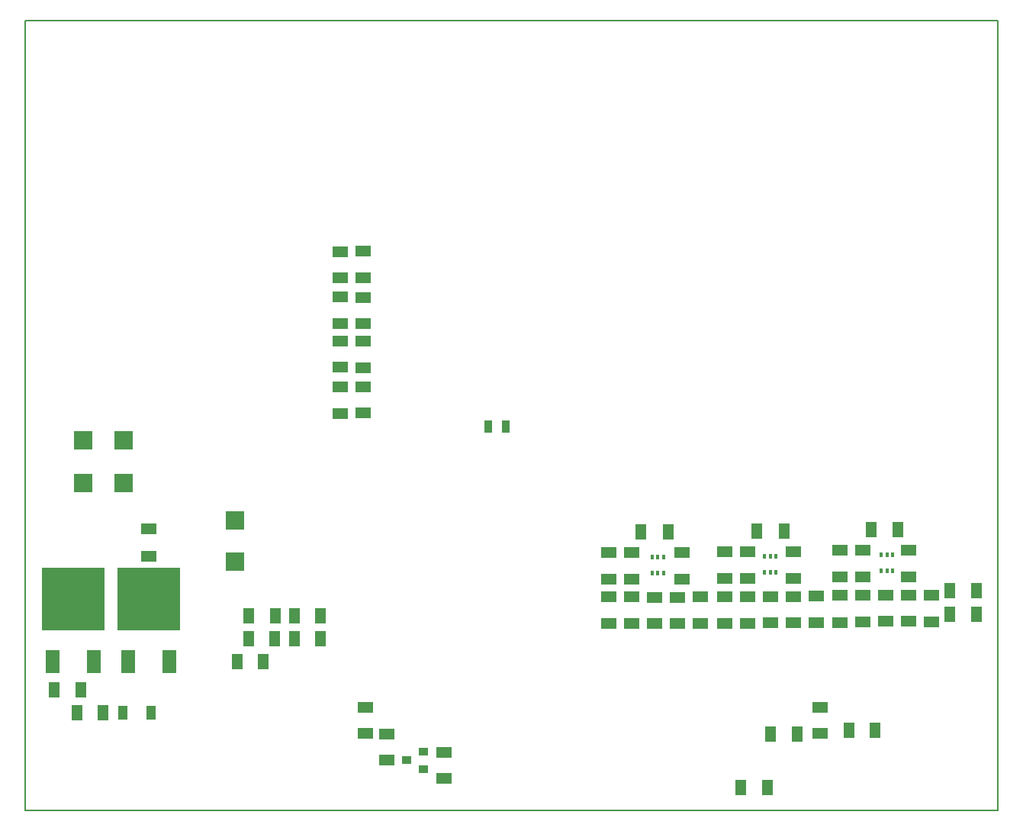
<source format=gbr>
G04 PROTEUS GERBER X2 FILE*
%TF.GenerationSoftware,Labcenter,Proteus,8.7-SP3-Build25561*%
%TF.CreationDate,2021-07-04T19:39:20+00:00*%
%TF.FileFunction,Paste,Bot*%
%TF.FilePolarity,Positive*%
%TF.Part,Single*%
%TF.SameCoordinates,{804bfe34-88de-486f-8887-f5b9ed786e22}*%
%FSLAX45Y45*%
%MOMM*%
G01*
%TA.AperFunction,Material*%
%ADD104R,1.803400X1.143000*%
%TA.AperFunction,Material*%
%ADD96R,6.985000X6.985000*%
%ADD97R,1.524000X2.540000*%
%TA.AperFunction,Material*%
%ADD99R,1.143000X1.803400*%
%ADD111R,1.016000X1.524000*%
%ADD112R,0.939800X1.447800*%
%TA.AperFunction,Material*%
%ADD108R,1.016000X0.889000*%
%TA.AperFunction,Material*%
%ADD113R,2.108200X2.108200*%
%TA.AperFunction,Material*%
%ADD114R,0.350000X0.500000*%
%TA.AperFunction,Profile*%
%ADD42C,0.203200*%
%TD.AperFunction*%
D104*
X+2413000Y-716000D03*
X+2413000Y-1016000D03*
X+2413000Y-218000D03*
X+2413000Y-508000D03*
X+2667000Y-208000D03*
X+2667000Y-508000D03*
X+2667000Y-726000D03*
X+2667000Y-1016000D03*
D96*
X-546100Y-4071620D03*
D97*
X-317500Y-4762500D03*
X-774700Y-4762500D03*
D96*
X+292100Y-4071620D03*
D97*
X+520700Y-4762500D03*
X+63500Y-4762500D03*
D99*
X-462000Y-5080000D03*
X-762000Y-5080000D03*
D104*
X+292100Y-3294100D03*
X+292100Y-3594100D03*
X+2667000Y-1206500D03*
X+2667000Y-1506500D03*
X+2413000Y-1714500D03*
X+2413000Y-2014500D03*
X+2667000Y-1714500D03*
X+2667000Y-2004500D03*
X+2413000Y-1206500D03*
X+2413000Y-1496500D03*
D99*
X+7158000Y-6159500D03*
X+6858000Y-6159500D03*
X+1697000Y-4254500D03*
X+1397000Y-4254500D03*
D111*
X+0Y-5334000D03*
X+314960Y-5334000D03*
D99*
X+8064500Y-5524500D03*
X+8354500Y-5524500D03*
X+7193500Y-5570499D03*
X+7483500Y-5570499D03*
D104*
X+7737500Y-5560500D03*
X+7737500Y-5270500D03*
D99*
X+9184200Y-4241800D03*
X+9474200Y-4241800D03*
X-218000Y-5334000D03*
X-508000Y-5334000D03*
X+1905000Y-4508500D03*
X+2195000Y-4508500D03*
X+1905000Y-4254500D03*
X+2195000Y-4254500D03*
X+1397000Y-4508500D03*
X+1687000Y-4508500D03*
X+1560000Y-4762500D03*
X+1270000Y-4762500D03*
D112*
X+4054500Y-2159000D03*
X+4254500Y-2159000D03*
D104*
X+2692400Y-5562600D03*
X+2692400Y-5272600D03*
X+3568700Y-5767900D03*
X+3568700Y-6057900D03*
X+2933700Y-5854700D03*
X+2933700Y-5564700D03*
D108*
X+3149600Y-5859780D03*
X+3340100Y-5765800D03*
X+3340100Y-5953760D03*
D113*
X+12700Y-2781300D03*
X-437300Y-2781300D03*
X+12700Y-2311400D03*
X-437300Y-2311400D03*
X+1244600Y-3200400D03*
X+1244600Y-3650400D03*
D99*
X+9474200Y-3975100D03*
X+9184200Y-3975100D03*
D114*
X+6007100Y-3782500D03*
X+5942100Y-3782500D03*
X+5877100Y-3782500D03*
X+5877100Y-3602500D03*
X+5942100Y-3602500D03*
X+6007100Y-3602500D03*
D99*
X+6053100Y-3325300D03*
X+5753100Y-3325300D03*
D104*
X+5651500Y-4041300D03*
X+5651500Y-4341300D03*
X+5397500Y-4341300D03*
X+5397500Y-4041300D03*
X+6413500Y-4341300D03*
X+6413500Y-4041300D03*
X+6159500Y-4339200D03*
X+6159500Y-4049200D03*
X+6210300Y-3846000D03*
X+6210300Y-3556000D03*
X+5905500Y-4051300D03*
X+5905500Y-4341300D03*
X+5651500Y-3846000D03*
X+5651500Y-3556000D03*
X+5397500Y-3846000D03*
X+5397500Y-3556000D03*
D114*
X+7253200Y-3776800D03*
X+7188200Y-3776800D03*
X+7123200Y-3776800D03*
X+7123200Y-3596800D03*
X+7188200Y-3596800D03*
X+7253200Y-3596800D03*
D99*
X+7340600Y-3317400D03*
X+7040600Y-3317400D03*
D104*
X+6934200Y-4041300D03*
X+6934200Y-4341300D03*
X+6680200Y-4341300D03*
X+6680200Y-4041300D03*
X+7696200Y-4333400D03*
X+7696200Y-4033400D03*
X+7442200Y-4333400D03*
X+7442200Y-4043400D03*
X+7442200Y-3838100D03*
X+7442200Y-3548100D03*
X+7188200Y-4043400D03*
X+7188200Y-4333400D03*
X+6934200Y-3838100D03*
X+6934200Y-3548100D03*
X+6680200Y-3838100D03*
X+6680200Y-3548100D03*
D114*
X+8548600Y-3757100D03*
X+8483600Y-3757100D03*
X+8418600Y-3757100D03*
X+8418600Y-3577100D03*
X+8483600Y-3577100D03*
X+8548600Y-3577100D03*
D104*
X+8724900Y-3820600D03*
X+8724900Y-3530600D03*
D99*
X+8605800Y-3299900D03*
X+8305800Y-3299900D03*
D104*
X+8978900Y-4323800D03*
X+8978900Y-4023800D03*
X+8724900Y-4313800D03*
X+8724900Y-4023800D03*
X+8470900Y-4023800D03*
X+8470900Y-4313800D03*
X+8216900Y-3820600D03*
X+8216900Y-3530600D03*
X+7962900Y-3820600D03*
X+7962900Y-3530600D03*
X+8216900Y-4023800D03*
X+8216900Y-4323800D03*
X+7962900Y-4328600D03*
X+7962900Y-4028600D03*
D42*
X-1079500Y-6413500D02*
X+9715500Y-6413500D01*
X+9715500Y+2349500D01*
X-1079500Y+2349500D01*
X-1079500Y-6413500D01*
M02*

</source>
